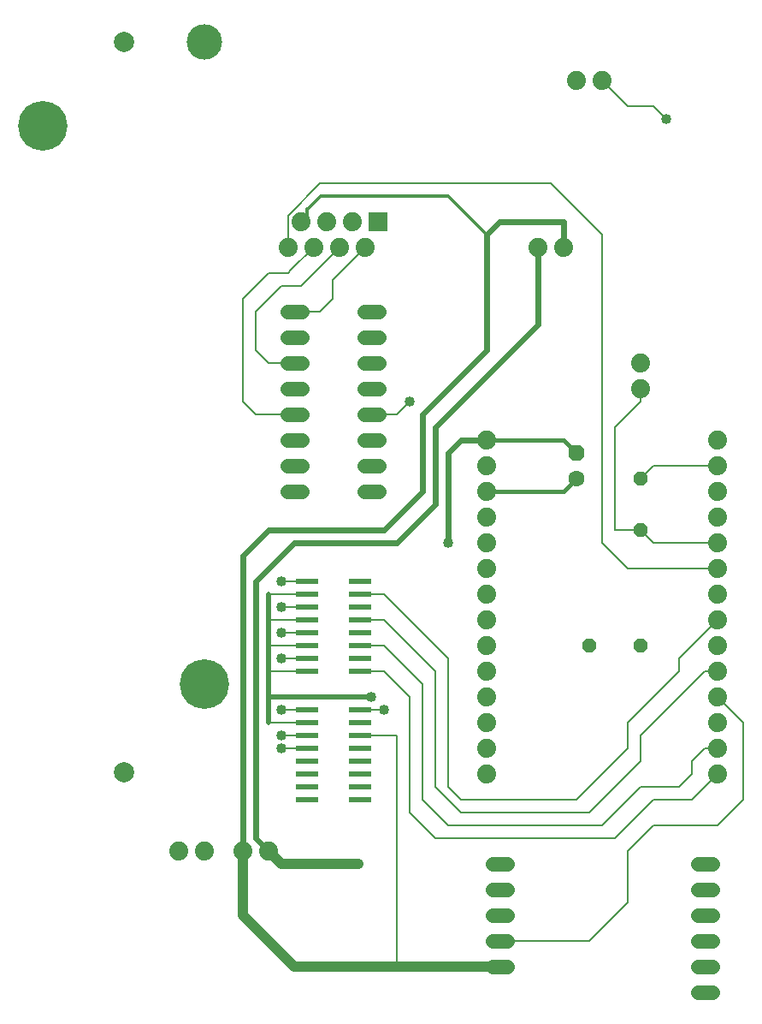
<source format=gbr>
G04 EAGLE Gerber X2 export*
%TF.Part,Single*%
%TF.FileFunction,Copper,L1,Top,Mixed*%
%TF.FilePolarity,Positive*%
%TF.GenerationSoftware,Autodesk,EAGLE,9.1.3*%
%TF.CreationDate,2019-02-03T20:39:41Z*%
G75*
%MOMM*%
%FSLAX34Y34*%
%LPD*%
%AMOC8*
5,1,8,0,0,1.08239X$1,22.5*%
G01*
%ADD10C,1.879600*%
%ADD11R,2.209800X0.609600*%
%ADD12C,1.422400*%
%ADD13C,4.900000*%
%ADD14C,3.500000*%
%ADD15C,2.000000*%
%ADD16R,1.879600X1.879600*%
%ADD17P,1.539592X8X112.500000*%
%ADD18P,1.732040X8X112.500000*%
%ADD19C,1.600200*%
%ADD20P,1.539592X8X202.500000*%
%ADD21C,0.203200*%
%ADD22C,1.016000*%
%ADD23C,1.016000*%
%ADD24C,0.609600*%
%ADD25C,0.304800*%
%ADD26C,0.203200*%
%ADD27C,0.406400*%
%ADD28C,0.508000*%


D10*
X342900Y12700D03*
X342900Y-12700D03*
X342900Y-38100D03*
X342900Y-63500D03*
X342900Y-88900D03*
X342900Y-114300D03*
X342900Y-139700D03*
X342900Y-165100D03*
X342900Y-190500D03*
X342900Y-215900D03*
X342900Y-241300D03*
X342900Y-266700D03*
X342900Y-292100D03*
X342900Y-317500D03*
X114300Y12700D03*
X114300Y-12700D03*
X114300Y-38100D03*
X114300Y-63500D03*
X114300Y-88900D03*
X114300Y-114300D03*
X114300Y-139700D03*
X114300Y-165100D03*
X114300Y-190500D03*
X114300Y-215900D03*
X114300Y-241300D03*
X114300Y-266700D03*
X114300Y-292100D03*
X114300Y-317500D03*
X266700Y88900D03*
X266700Y63500D03*
D11*
X-11506Y-215900D03*
X-11506Y-203200D03*
X-11506Y-190500D03*
X-11506Y-177800D03*
X-11506Y-165100D03*
X-11506Y-152400D03*
X-11506Y-139700D03*
X-11506Y-127000D03*
X-63500Y-127000D03*
X-63500Y-139700D03*
X-63500Y-152400D03*
X-63500Y-165100D03*
X-63500Y-177800D03*
X-63500Y-190500D03*
X-63500Y-203200D03*
X-63500Y-215900D03*
D12*
X119888Y-406400D02*
X134112Y-406400D01*
X134112Y-431800D02*
X119888Y-431800D01*
X119888Y-457200D02*
X134112Y-457200D01*
X134112Y-482600D02*
X119888Y-482600D01*
X119888Y-508000D02*
X134112Y-508000D01*
X323088Y-406400D02*
X337312Y-406400D01*
X337312Y-431800D02*
X323088Y-431800D01*
X323088Y-457200D02*
X337312Y-457200D01*
X337312Y-482600D02*
X323088Y-482600D01*
X323088Y-508000D02*
X337312Y-508000D01*
X337312Y-533400D02*
X323088Y-533400D01*
D13*
X-165100Y-228600D03*
D14*
X-165100Y406200D03*
D15*
X-245100Y406200D03*
D13*
X-325100Y323400D03*
D15*
X-245100Y-316000D03*
D10*
X-82550Y203200D03*
X-69850Y228600D03*
X-57150Y203200D03*
X-31750Y203200D03*
X-6350Y203200D03*
X-44450Y228600D03*
X-19050Y228600D03*
D16*
X6350Y228600D03*
D12*
X-69088Y139700D02*
X-83312Y139700D01*
X-83312Y114300D02*
X-69088Y114300D01*
X-69088Y38100D02*
X-83312Y38100D01*
X-83312Y12700D02*
X-69088Y12700D01*
X-69088Y88900D02*
X-83312Y88900D01*
X-83312Y63500D02*
X-69088Y63500D01*
X-69088Y-12700D02*
X-83312Y-12700D01*
X-83312Y-38100D02*
X-69088Y-38100D01*
X-7112Y-38100D02*
X7112Y-38100D01*
X7112Y-12700D02*
X-7112Y-12700D01*
X-7112Y12700D02*
X7112Y12700D01*
X7112Y38100D02*
X-7112Y38100D01*
X-7112Y63500D02*
X7112Y63500D01*
X7112Y88900D02*
X-7112Y88900D01*
X-7112Y114300D02*
X7112Y114300D01*
X7112Y139700D02*
X-7112Y139700D01*
D10*
X-190500Y-393700D03*
X-165100Y-393700D03*
X-127000Y-393700D03*
X-101600Y-393700D03*
D11*
X-11506Y-342900D03*
X-11506Y-330200D03*
X-11506Y-317500D03*
X-11506Y-304800D03*
X-11506Y-292100D03*
X-11506Y-279400D03*
X-11506Y-266700D03*
X-11506Y-254000D03*
X-63500Y-254000D03*
X-63500Y-266700D03*
X-63500Y-279400D03*
X-63500Y-292100D03*
X-63500Y-304800D03*
X-63500Y-317500D03*
X-63500Y-330200D03*
X-63500Y-342900D03*
D10*
X165100Y203200D03*
X190500Y203200D03*
D17*
X266700Y-76200D03*
X266700Y-25400D03*
D18*
X203200Y0D03*
D19*
X203200Y-25400D03*
D20*
X266700Y-190500D03*
X215900Y-190500D03*
D10*
X203200Y368300D03*
X228600Y368300D03*
D21*
X266700Y-76200D02*
X279400Y-88900D01*
X342900Y-88900D01*
X266700Y50800D02*
X266700Y63500D01*
X241300Y25400D02*
X241300Y-76200D01*
X266700Y-76200D01*
X241300Y25400D02*
X266700Y50800D01*
X279400Y-12700D02*
X266700Y-25400D01*
X279400Y-12700D02*
X342900Y-12700D01*
X215900Y-482600D02*
X127000Y-482600D01*
X215900Y-482600D02*
X254000Y-444500D01*
X254000Y-393700D01*
X279400Y-368300D01*
X342900Y-368300D01*
X368300Y-342900D01*
X368300Y-266700D01*
X342900Y-241300D01*
X254000Y342900D02*
X228600Y368300D01*
X254000Y342900D02*
X279400Y342900D01*
X292100Y330200D01*
D22*
X292100Y330200D03*
D21*
X12700Y-215900D02*
X-11506Y-215900D01*
X12700Y-215900D02*
X38100Y-241300D01*
X38100Y-355600D01*
X63500Y-381000D01*
X241300Y-381000D01*
X279400Y-342900D02*
X317500Y-342900D01*
X279400Y-342900D02*
X241300Y-381000D01*
X317500Y-342900D02*
X342900Y-317500D01*
X12700Y-165100D02*
X-11506Y-165100D01*
X12700Y-165100D02*
X63500Y-215900D01*
X63500Y-330200D01*
X88900Y-355600D01*
X215900Y-355600D01*
X266700Y-304800D02*
X266700Y-279400D01*
X330200Y-215900D01*
X266700Y-304800D02*
X215900Y-355600D01*
X330200Y-215900D02*
X342900Y-215900D01*
X-63500Y-152400D02*
X-88900Y-152400D01*
D22*
X-88900Y-152400D03*
X-88900Y-177800D03*
D21*
X-63500Y-177800D01*
X-38100Y152400D02*
X-38100Y171450D01*
X-38100Y152400D02*
X-50800Y139700D01*
X-76200Y139700D01*
X-38100Y171450D02*
X-6350Y203200D01*
X-88900Y165100D02*
X-114300Y139700D01*
X-114300Y101600D01*
X-101600Y88900D01*
X-76200Y88900D01*
X-69850Y165100D02*
X-88900Y165100D01*
X-69850Y165100D02*
X-31750Y203200D01*
X-127000Y152400D02*
X-127000Y50800D01*
X-114300Y38100D01*
X-76200Y38100D01*
X-82550Y177800D02*
X-101600Y177800D01*
X-127000Y152400D01*
X-79375Y180975D02*
X-57150Y203200D01*
X-79375Y180975D02*
X-82550Y177800D01*
D23*
X-127000Y-457200D02*
X-76200Y-508000D01*
X25400Y-508000D01*
X127000Y-508000D01*
D21*
X25400Y-508000D02*
X25400Y-279400D01*
D24*
X-127000Y-101600D02*
X-101600Y-76200D01*
X12700Y-76200D01*
X50800Y-38100D01*
X50800Y38100D01*
X114300Y101600D01*
X114300Y215900D02*
X127000Y228600D01*
X190500Y228600D01*
X114300Y190500D02*
X114300Y101600D01*
X114300Y190500D02*
X114300Y215900D01*
X190500Y228600D02*
X190500Y203200D01*
X-127000Y-101600D02*
X-127000Y-393700D01*
D23*
X-127000Y-457200D01*
D25*
X-62770Y241300D02*
X-49816Y254254D01*
X-62770Y241300D02*
X-63500Y241300D01*
X-49816Y254254D02*
X75946Y254254D01*
X114300Y215900D01*
X-63500Y234950D02*
X-63500Y241300D01*
X-63500Y234950D02*
X-69850Y228600D01*
D21*
X-11506Y-279400D02*
X25400Y-279400D01*
X-63500Y-127000D02*
X-88900Y-127000D01*
D22*
X-88900Y-127000D03*
D21*
X-88900Y-203200D02*
X-63500Y-203200D01*
D22*
X-88900Y-203200D03*
D21*
X-88900Y-254000D02*
X-63500Y-254000D01*
D22*
X-88900Y-254000D03*
X38100Y50800D03*
D21*
X25400Y38100D01*
X0Y38100D01*
D22*
X-88900Y-279400D03*
D21*
X-63500Y-279400D01*
X76200Y-203200D02*
X12700Y-139700D01*
X76200Y-203200D02*
X76200Y-330200D01*
X88900Y-342900D01*
X203200Y-342900D02*
X254000Y-292100D01*
X203200Y-342900D02*
X88900Y-342900D01*
X254000Y-292100D02*
X254000Y-266700D01*
X304800Y-215900D02*
X304800Y-203200D01*
X342900Y-165100D01*
X304800Y-215900D02*
X254000Y-266700D01*
X12700Y-139700D02*
X-11506Y-139700D01*
D22*
X12700Y-254000D03*
D21*
X-11506Y-254000D01*
X50800Y-228600D02*
X12700Y-190500D01*
X50800Y-228600D02*
X50800Y-342900D01*
X76200Y-368300D01*
X228600Y-368300D01*
X266700Y-330200D01*
X304800Y-330200D01*
X317500Y-317500D01*
X317500Y-304800D01*
X330200Y-292100D01*
X342900Y-292100D01*
X12700Y-190500D02*
X-11506Y-190500D01*
D22*
X-12700Y-406400D03*
D23*
X-63500Y-406400D01*
D26*
X-63500Y-406400D03*
D23*
X-88900Y-406400D01*
D26*
X-63500Y-406400D03*
D24*
X-114300Y-381000D02*
X-114300Y-127000D01*
X-76200Y-88900D01*
X25400Y-88900D01*
X63500Y-50800D01*
X63500Y25400D01*
X165100Y127000D01*
X165100Y203200D01*
D23*
X-101600Y-393700D02*
X-88900Y-406400D01*
D24*
X-101600Y-393700D02*
X-114300Y-381000D01*
D27*
X190500Y-38100D02*
X203200Y-25400D01*
X190500Y-38100D02*
X114300Y-38100D01*
D22*
X-88900Y-292100D03*
D21*
X-63500Y-292100D01*
X-82550Y234950D02*
X-50800Y266700D01*
X228600Y215900D02*
X228600Y-88900D01*
X254000Y-114300D01*
X342900Y-114300D01*
X177800Y266700D02*
X-50800Y266700D01*
X177800Y266700D02*
X228600Y215900D01*
X-82550Y203200D02*
X-82550Y234950D01*
D27*
X190500Y12700D02*
X203200Y0D01*
X190500Y12700D02*
X177800Y12700D01*
X114300Y12700D01*
D21*
X-63500Y-266700D02*
X-101600Y-266700D01*
D28*
X-101600Y-241300D01*
X-101600Y-215900D01*
X-101600Y-165100D02*
X-101600Y-139700D01*
D21*
X-101600Y-165100D02*
X-63500Y-165100D01*
X-63500Y-139700D02*
X-101600Y-139700D01*
X-101600Y-190500D02*
X-63500Y-190500D01*
D28*
X-101600Y-190500D02*
X-101600Y-165100D01*
D21*
X-101600Y-215900D02*
X-63500Y-215900D01*
D28*
X-101600Y-215900D02*
X-101600Y-190500D01*
X-101600Y-241300D02*
X-38100Y-241300D01*
D21*
X-50800Y-241300D01*
D28*
X0Y-241300D01*
D22*
X0Y-241300D03*
D24*
X76200Y0D02*
X88900Y12700D01*
X76200Y0D02*
X76200Y-88900D01*
D22*
X76200Y-88900D03*
D24*
X88900Y12700D02*
X114300Y12700D01*
M02*

</source>
